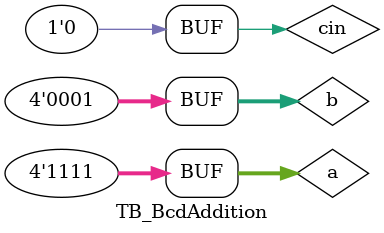
<source format=v>
`timescale 1ns / 1ps

module TB_BcdAddition;
    reg [3:0]a,b;
    reg cin;
    wire [3:0]sum;
    wire cout;
    
    BCD_addition dut(a,b,cin,sum,cout);
    initial begin
    a=4'b0100;b=4'b0011; cin=0;#10
    a=4'b1100;b=4'b1011; cin=0;#10
    a=4'b0000;b=4'b0011; cin=0;#10
    a=4'b1111;b=4'b0001; cin=0;
    end

endmodule

</source>
